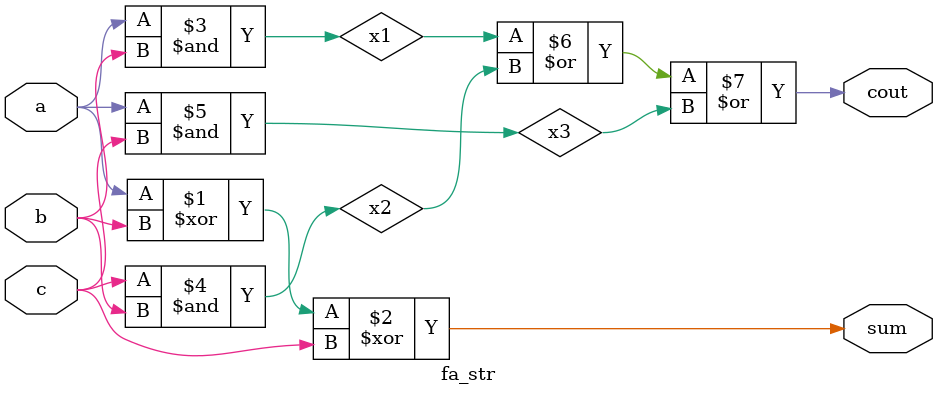
<source format=v>
`timescale 1ns / 1ps
module fa_str(a,b,c,sum,cout);
	input a,b,c;
	output sum,cout;
	
	//reg sum,cout;
	wire x1,x2,x3;
	xor a1(sum,a,b,c);
	and a2(x1,a,b);
	and a3(x2,c,b);
	and a4(x3,a,c);
	or  a5(cout,x1,x2,x3);


endmodule

</source>
